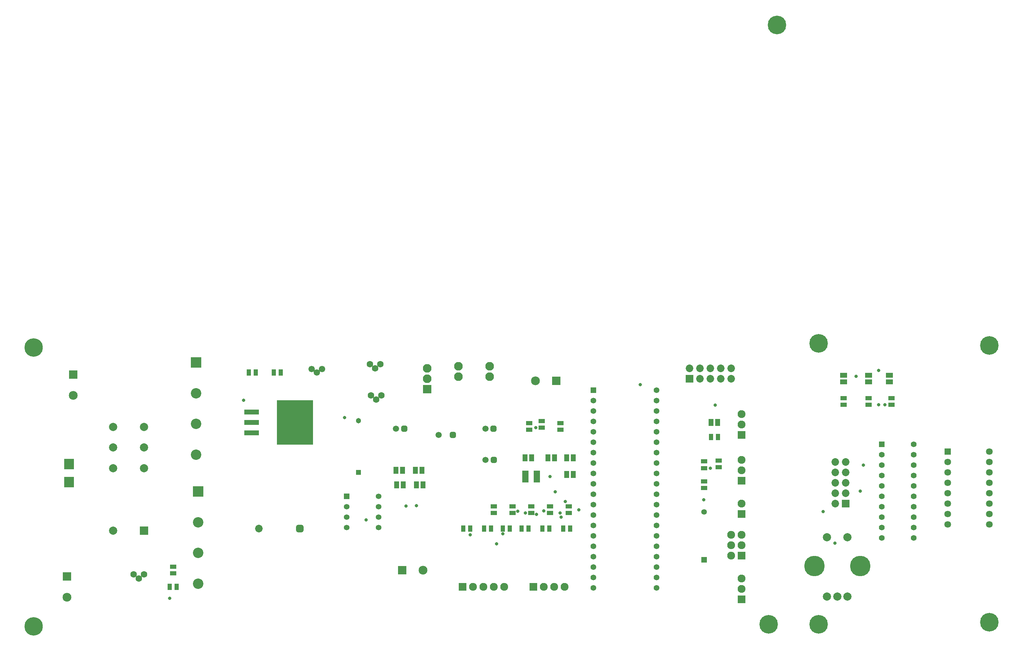
<source format=gbr>
G04*
G04 #@! TF.GenerationSoftware,Altium Limited,Altium Designer,22.4.2 (48)*
G04*
G04 Layer_Color=8388736*
%FSLAX25Y25*%
%MOIN*%
G70*
G04*
G04 #@! TF.SameCoordinates,EFB2AD4A-E9B5-4B68-97B7-9E8596F90355*
G04*
G04*
G04 #@! TF.FilePolarity,Negative*
G04*
G01*
G75*
%ADD24R,0.04147X0.06115*%
%ADD25R,0.06115X0.04147*%
%ADD26R,0.06587X0.04816*%
%ADD27R,0.04816X0.06587*%
%ADD28R,0.05918X0.11430*%
%ADD29R,0.14186X0.04737*%
%ADD30R,0.34658X0.42926*%
%ADD31R,0.09265X0.09855*%
%ADD32C,0.07296*%
%ADD33R,0.07296X0.07296*%
%ADD34C,0.06312*%
%ADD35C,0.19698*%
%ADD36C,0.07887*%
%ADD37C,0.08477*%
%ADD38R,0.08477X0.08477*%
%ADD39R,0.05485X0.05485*%
%ADD40C,0.05485*%
%ADD41C,0.06410*%
%ADD42R,0.06410X0.06410*%
%ADD43R,0.07296X0.07296*%
%ADD44R,0.07591X0.07591*%
%ADD45C,0.07591*%
%ADD46R,0.07591X0.07591*%
%ADD47C,0.05461*%
%ADD48R,0.05461X0.05461*%
%ADD49C,0.05328*%
%ADD50R,0.05328X0.05328*%
G04:AMPARAMS|DCode=51|XSize=59.18mil|YSize=59.18mil|CornerRadius=16.8mil|HoleSize=0mil|Usage=FLASHONLY|Rotation=0.000|XOffset=0mil|YOffset=0mil|HoleType=Round|Shape=RoundedRectangle|*
%AMROUNDEDRECTD51*
21,1,0.05918,0.02559,0,0,0.0*
21,1,0.02559,0.05918,0,0,0.0*
1,1,0.03359,0.01280,-0.01280*
1,1,0.03359,-0.01280,-0.01280*
1,1,0.03359,-0.01280,0.01280*
1,1,0.03359,0.01280,0.01280*
%
%ADD51ROUNDEDRECTD51*%
%ADD52C,0.05918*%
%ADD53R,0.08477X0.08477*%
G04:AMPARAMS|DCode=54|XSize=72.96mil|YSize=72.96mil|CornerRadius=20.24mil|HoleSize=0mil|Usage=FLASHONLY|Rotation=0.000|XOffset=0mil|YOffset=0mil|HoleType=Round|Shape=RoundedRectangle|*
%AMROUNDEDRECTD54*
21,1,0.07296,0.03248,0,0,0.0*
21,1,0.03248,0.07296,0,0,0.0*
1,1,0.04048,0.01624,-0.01624*
1,1,0.04048,-0.01624,-0.01624*
1,1,0.04048,-0.01624,0.01624*
1,1,0.04048,0.01624,0.01624*
%
%ADD54ROUNDEDRECTD54*%
%ADD55C,0.05359*%
%ADD56R,0.05359X0.05359*%
%ADD57R,0.07874X0.07874*%
%ADD58C,0.07874*%
%ADD59C,0.06115*%
%ADD60R,0.08359X0.08359*%
%ADD61C,0.08359*%
%ADD62C,0.08300*%
%ADD63C,0.05131*%
%ADD64R,0.05131X0.05131*%
%ADD65R,0.10013X0.10013*%
%ADD66C,0.10013*%
%ADD67C,0.03300*%
%ADD68C,0.17847*%
%ADD69C,0.17729*%
D24*
X287248Y594000D02*
D03*
X280752D02*
D03*
X724752Y532000D02*
D03*
X731248D02*
D03*
X569248Y444000D02*
D03*
X562752D02*
D03*
X513248D02*
D03*
X506752D02*
D03*
X493248D02*
D03*
X486752D02*
D03*
X589248D02*
D03*
X582752D02*
D03*
X549248D02*
D03*
X542752D02*
D03*
X531248D02*
D03*
X524752D02*
D03*
X204752Y388000D02*
D03*
X211248D02*
D03*
X304752Y594000D02*
D03*
X311248D02*
D03*
D25*
X898000Y569248D02*
D03*
Y562752D02*
D03*
X876000Y569248D02*
D03*
Y562752D02*
D03*
X852000Y569248D02*
D03*
Y562752D02*
D03*
X732000Y502752D02*
D03*
Y509248D02*
D03*
X718000Y482752D02*
D03*
Y489248D02*
D03*
Y502000D02*
D03*
Y508496D02*
D03*
X570000Y465248D02*
D03*
Y458752D02*
D03*
X516000Y465248D02*
D03*
Y458752D02*
D03*
X552000Y465248D02*
D03*
Y458752D02*
D03*
X534000Y465248D02*
D03*
Y458752D02*
D03*
X588000Y465248D02*
D03*
Y458752D02*
D03*
X550000Y538752D02*
D03*
Y545248D02*
D03*
X580000Y538752D02*
D03*
Y545248D02*
D03*
X562000Y540752D02*
D03*
Y547248D02*
D03*
X208000Y400752D02*
D03*
Y407248D02*
D03*
D26*
X896000Y584811D02*
D03*
Y591189D02*
D03*
X876000Y584811D02*
D03*
Y591189D02*
D03*
X852000Y584811D02*
D03*
Y591189D02*
D03*
D27*
X731189Y546000D02*
D03*
X724811D02*
D03*
X441622Y485840D02*
D03*
X448000D02*
D03*
X422000Y500000D02*
D03*
X428378D02*
D03*
X440811Y499840D02*
D03*
X447189D02*
D03*
X546000Y512000D02*
D03*
X552378D02*
D03*
X586000D02*
D03*
X592378D02*
D03*
X568000D02*
D03*
X574378D02*
D03*
X422811Y485840D02*
D03*
X429189D02*
D03*
X586000Y496000D02*
D03*
X592378D02*
D03*
D28*
X557512Y494000D02*
D03*
X546488D02*
D03*
D29*
X283445Y556000D02*
D03*
Y546000D02*
D03*
Y536000D02*
D03*
D30*
X325177Y546000D02*
D03*
D31*
X108000Y506000D02*
D03*
Y488677D02*
D03*
D32*
X844000Y508000D02*
D03*
X854000D02*
D03*
X844000Y498000D02*
D03*
X854000D02*
D03*
X844000Y488000D02*
D03*
X854000D02*
D03*
X844000Y478000D02*
D03*
X854000D02*
D03*
X844000Y468000D02*
D03*
X744000Y598000D02*
D03*
Y588000D02*
D03*
X734000Y598000D02*
D03*
Y588000D02*
D03*
X724000Y598000D02*
D03*
Y588000D02*
D03*
X714000Y598000D02*
D03*
Y588000D02*
D03*
X704000Y598000D02*
D03*
X290315Y444000D02*
D03*
D33*
X854000Y468000D02*
D03*
D34*
X408000Y572000D02*
D03*
X403000Y568063D02*
D03*
X398000Y572000D02*
D03*
X397000Y601937D02*
D03*
X402000Y598000D02*
D03*
X407000Y601937D02*
D03*
X170000Y400000D02*
D03*
X175000Y396063D02*
D03*
X180000Y400000D02*
D03*
D35*
X823953Y408000D02*
D03*
X868047D02*
D03*
D36*
X855843Y435559D02*
D03*
X836157D02*
D03*
X846000Y378472D02*
D03*
X855843D02*
D03*
X836157D02*
D03*
D37*
X106000Y378000D02*
D03*
X448000Y404000D02*
D03*
X556000Y586000D02*
D03*
X112000Y572000D02*
D03*
D38*
X106000Y398000D02*
D03*
X112000Y592000D02*
D03*
D39*
X888685Y525000D02*
D03*
D40*
Y515000D02*
D03*
Y505000D02*
D03*
Y495000D02*
D03*
Y485000D02*
D03*
Y475000D02*
D03*
Y465000D02*
D03*
Y455000D02*
D03*
Y445000D02*
D03*
Y435000D02*
D03*
X919315D02*
D03*
Y445000D02*
D03*
Y455000D02*
D03*
Y465000D02*
D03*
Y475000D02*
D03*
Y485000D02*
D03*
Y495000D02*
D03*
Y505000D02*
D03*
Y515000D02*
D03*
Y525000D02*
D03*
D41*
X992000Y518000D02*
D03*
Y508000D02*
D03*
Y498000D02*
D03*
Y488000D02*
D03*
Y478000D02*
D03*
Y468000D02*
D03*
Y458000D02*
D03*
Y448000D02*
D03*
X952000D02*
D03*
Y458000D02*
D03*
Y468000D02*
D03*
Y478000D02*
D03*
Y488000D02*
D03*
Y498000D02*
D03*
Y508000D02*
D03*
D42*
Y518000D02*
D03*
D43*
X704000Y588000D02*
D03*
D44*
X754000Y418000D02*
D03*
Y534000D02*
D03*
Y490000D02*
D03*
Y458000D02*
D03*
Y376000D02*
D03*
D45*
X744000Y418000D02*
D03*
X754000Y428000D02*
D03*
X744000D02*
D03*
X754000Y438000D02*
D03*
X744000D02*
D03*
X754000Y554000D02*
D03*
Y544000D02*
D03*
X526000Y388000D02*
D03*
X516000D02*
D03*
X506000D02*
D03*
X496000D02*
D03*
X754000Y510000D02*
D03*
Y500000D02*
D03*
X584000Y388000D02*
D03*
X574000D02*
D03*
X564000D02*
D03*
X754000Y468000D02*
D03*
Y396000D02*
D03*
Y386000D02*
D03*
D46*
X486000Y388000D02*
D03*
X554000D02*
D03*
D47*
X672374Y577000D02*
D03*
Y567000D02*
D03*
Y557000D02*
D03*
Y547000D02*
D03*
Y537000D02*
D03*
Y527000D02*
D03*
Y517000D02*
D03*
Y507000D02*
D03*
Y497000D02*
D03*
Y487000D02*
D03*
Y477000D02*
D03*
Y467000D02*
D03*
Y457000D02*
D03*
Y447000D02*
D03*
Y437000D02*
D03*
Y427000D02*
D03*
Y417000D02*
D03*
Y407000D02*
D03*
Y397000D02*
D03*
Y387000D02*
D03*
X611626D02*
D03*
Y397000D02*
D03*
Y407000D02*
D03*
Y417000D02*
D03*
Y427000D02*
D03*
Y437000D02*
D03*
Y447000D02*
D03*
Y457000D02*
D03*
Y467000D02*
D03*
Y477000D02*
D03*
Y487000D02*
D03*
Y497000D02*
D03*
Y507000D02*
D03*
Y517000D02*
D03*
Y527000D02*
D03*
Y537000D02*
D03*
Y547000D02*
D03*
Y557000D02*
D03*
Y567000D02*
D03*
D48*
Y577000D02*
D03*
D49*
X718000Y460000D02*
D03*
D50*
Y413937D02*
D03*
D51*
X476890Y534000D02*
D03*
X515937Y510000D02*
D03*
X430000Y540000D02*
D03*
X515874D02*
D03*
D52*
X463110Y534000D02*
D03*
X508063Y510000D02*
D03*
X422126Y540000D02*
D03*
X508000D02*
D03*
D53*
X428000Y404000D02*
D03*
X576000Y586000D02*
D03*
D54*
X329685Y444000D02*
D03*
D55*
X405374Y475000D02*
D03*
Y465000D02*
D03*
Y455000D02*
D03*
Y445000D02*
D03*
X374626D02*
D03*
Y455000D02*
D03*
Y465000D02*
D03*
D56*
Y475000D02*
D03*
D57*
X180000Y441921D02*
D03*
D58*
X150472D02*
D03*
Y541685D02*
D03*
Y521843D02*
D03*
Y502000D02*
D03*
X180000Y541685D02*
D03*
Y521843D02*
D03*
Y502000D02*
D03*
D59*
X351000Y597346D02*
D03*
X346000Y594000D02*
D03*
X341000Y597346D02*
D03*
D60*
X452000Y578000D02*
D03*
D61*
Y588000D02*
D03*
Y598000D02*
D03*
D62*
X482000Y590000D02*
D03*
Y600000D02*
D03*
X512000D02*
D03*
Y590000D02*
D03*
D63*
X386000Y547606D02*
D03*
D64*
Y498000D02*
D03*
D65*
X232000Y479528D02*
D03*
X230000Y603528D02*
D03*
D66*
X232000Y450000D02*
D03*
Y420472D02*
D03*
Y390945D02*
D03*
X230000Y574000D02*
D03*
Y544472D02*
D03*
Y514945D02*
D03*
D67*
X843900Y430000D02*
D03*
X864226Y590226D02*
D03*
X891700Y562752D02*
D03*
X885689D02*
D03*
Y596000D02*
D03*
X579800Y458752D02*
D03*
X441622Y465752D02*
D03*
X570000Y493900D02*
D03*
X597900Y462000D02*
D03*
X871000Y505000D02*
D03*
X868100Y480000D02*
D03*
X493248Y438000D02*
D03*
X564100Y461000D02*
D03*
X539000Y460600D02*
D03*
X518900Y429400D02*
D03*
X557100Y457500D02*
D03*
X524752Y438800D02*
D03*
X556248Y540752D02*
D03*
X717800Y471600D02*
D03*
X584600Y469800D02*
D03*
X580700Y454900D02*
D03*
X546552Y458752D02*
D03*
X575000Y479200D02*
D03*
X431900Y465500D02*
D03*
X275900Y567100D02*
D03*
X393500Y452300D02*
D03*
X656700Y582100D02*
D03*
X372900Y550600D02*
D03*
X724132Y502000D02*
D03*
X204752Y377000D02*
D03*
X728700Y562500D02*
D03*
X832400Y460400D02*
D03*
D68*
X788000Y928000D02*
D03*
X780000Y352000D02*
D03*
X828000Y622000D02*
D03*
Y352000D02*
D03*
X992000Y620000D02*
D03*
Y354000D02*
D03*
D69*
X74000Y618000D02*
D03*
Y350000D02*
D03*
M02*

</source>
